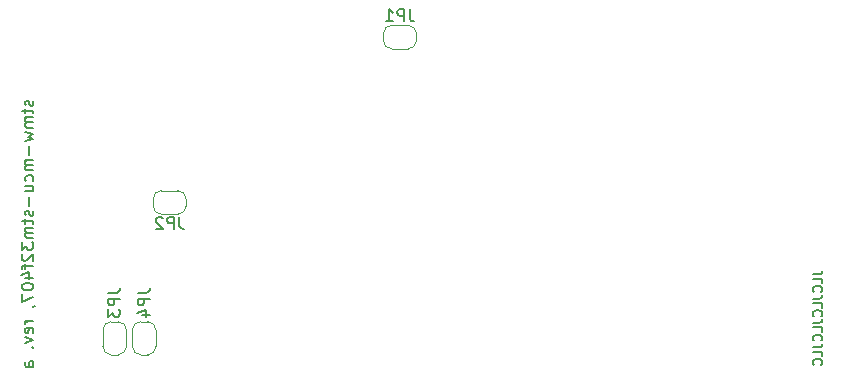
<source format=gbo>
%TF.GenerationSoftware,KiCad,Pcbnew,9.0.4+dfsg-1*%
%TF.CreationDate,2025-10-04T09:30:26+08:00*%
%TF.ProjectId,stmw-mcu-stm32f407,73746d77-2d6d-4637-952d-73746d333266,a*%
%TF.SameCoordinates,Original*%
%TF.FileFunction,Legend,Bot*%
%TF.FilePolarity,Positive*%
%FSLAX45Y45*%
G04 Gerber Fmt 4.5, Leading zero omitted, Abs format (unit mm)*
G04 Created by KiCad (PCBNEW 9.0.4+dfsg-1) date 2025-10-04 09:30:26*
%MOMM*%
%LPD*%
G01*
G04 APERTURE LIST*
%ADD10C,0.150000*%
%ADD11C,0.120000*%
G04 APERTURE END LIST*
D10*
X11706720Y-8887679D02*
X11711482Y-8897203D01*
X11711482Y-8897203D02*
X11711482Y-8916251D01*
X11711482Y-8916251D02*
X11706720Y-8925774D01*
X11706720Y-8925774D02*
X11697196Y-8930536D01*
X11697196Y-8930536D02*
X11692434Y-8930536D01*
X11692434Y-8930536D02*
X11682910Y-8925774D01*
X11682910Y-8925774D02*
X11678148Y-8916251D01*
X11678148Y-8916251D02*
X11678148Y-8901965D01*
X11678148Y-8901965D02*
X11673387Y-8892441D01*
X11673387Y-8892441D02*
X11663863Y-8887679D01*
X11663863Y-8887679D02*
X11659101Y-8887679D01*
X11659101Y-8887679D02*
X11649577Y-8892441D01*
X11649577Y-8892441D02*
X11644815Y-8901965D01*
X11644815Y-8901965D02*
X11644815Y-8916251D01*
X11644815Y-8916251D02*
X11649577Y-8925774D01*
X11644815Y-8959108D02*
X11644815Y-8997203D01*
X11611482Y-8973393D02*
X11697196Y-8973393D01*
X11697196Y-8973393D02*
X11706720Y-8978155D01*
X11706720Y-8978155D02*
X11711482Y-8987679D01*
X11711482Y-8987679D02*
X11711482Y-8997203D01*
X11711482Y-9030536D02*
X11644815Y-9030536D01*
X11654339Y-9030536D02*
X11649577Y-9035298D01*
X11649577Y-9035298D02*
X11644815Y-9044822D01*
X11644815Y-9044822D02*
X11644815Y-9059108D01*
X11644815Y-9059108D02*
X11649577Y-9068632D01*
X11649577Y-9068632D02*
X11659101Y-9073393D01*
X11659101Y-9073393D02*
X11711482Y-9073393D01*
X11659101Y-9073393D02*
X11649577Y-9078155D01*
X11649577Y-9078155D02*
X11644815Y-9087679D01*
X11644815Y-9087679D02*
X11644815Y-9101965D01*
X11644815Y-9101965D02*
X11649577Y-9111489D01*
X11649577Y-9111489D02*
X11659101Y-9116251D01*
X11659101Y-9116251D02*
X11711482Y-9116251D01*
X11644815Y-9154346D02*
X11711482Y-9173393D01*
X11711482Y-9173393D02*
X11663863Y-9192441D01*
X11663863Y-9192441D02*
X11711482Y-9211489D01*
X11711482Y-9211489D02*
X11644815Y-9230536D01*
X11673387Y-9268632D02*
X11673387Y-9344822D01*
X11711482Y-9392441D02*
X11644815Y-9392441D01*
X11654339Y-9392441D02*
X11649577Y-9397203D01*
X11649577Y-9397203D02*
X11644815Y-9406727D01*
X11644815Y-9406727D02*
X11644815Y-9421012D01*
X11644815Y-9421012D02*
X11649577Y-9430536D01*
X11649577Y-9430536D02*
X11659101Y-9435298D01*
X11659101Y-9435298D02*
X11711482Y-9435298D01*
X11659101Y-9435298D02*
X11649577Y-9440060D01*
X11649577Y-9440060D02*
X11644815Y-9449584D01*
X11644815Y-9449584D02*
X11644815Y-9463870D01*
X11644815Y-9463870D02*
X11649577Y-9473393D01*
X11649577Y-9473393D02*
X11659101Y-9478155D01*
X11659101Y-9478155D02*
X11711482Y-9478155D01*
X11706720Y-9568631D02*
X11711482Y-9559108D01*
X11711482Y-9559108D02*
X11711482Y-9540060D01*
X11711482Y-9540060D02*
X11706720Y-9530536D01*
X11706720Y-9530536D02*
X11701958Y-9525774D01*
X11701958Y-9525774D02*
X11692434Y-9521012D01*
X11692434Y-9521012D02*
X11663863Y-9521012D01*
X11663863Y-9521012D02*
X11654339Y-9525774D01*
X11654339Y-9525774D02*
X11649577Y-9530536D01*
X11649577Y-9530536D02*
X11644815Y-9540060D01*
X11644815Y-9540060D02*
X11644815Y-9559108D01*
X11644815Y-9559108D02*
X11649577Y-9568631D01*
X11644815Y-9654346D02*
X11711482Y-9654346D01*
X11644815Y-9611489D02*
X11697196Y-9611489D01*
X11697196Y-9611489D02*
X11706720Y-9616251D01*
X11706720Y-9616251D02*
X11711482Y-9625774D01*
X11711482Y-9625774D02*
X11711482Y-9640060D01*
X11711482Y-9640060D02*
X11706720Y-9649584D01*
X11706720Y-9649584D02*
X11701958Y-9654346D01*
X11673387Y-9701965D02*
X11673387Y-9778155D01*
X11706720Y-9821012D02*
X11711482Y-9830536D01*
X11711482Y-9830536D02*
X11711482Y-9849584D01*
X11711482Y-9849584D02*
X11706720Y-9859108D01*
X11706720Y-9859108D02*
X11697196Y-9863870D01*
X11697196Y-9863870D02*
X11692434Y-9863870D01*
X11692434Y-9863870D02*
X11682910Y-9859108D01*
X11682910Y-9859108D02*
X11678148Y-9849584D01*
X11678148Y-9849584D02*
X11678148Y-9835298D01*
X11678148Y-9835298D02*
X11673387Y-9825774D01*
X11673387Y-9825774D02*
X11663863Y-9821012D01*
X11663863Y-9821012D02*
X11659101Y-9821012D01*
X11659101Y-9821012D02*
X11649577Y-9825774D01*
X11649577Y-9825774D02*
X11644815Y-9835298D01*
X11644815Y-9835298D02*
X11644815Y-9849584D01*
X11644815Y-9849584D02*
X11649577Y-9859108D01*
X11644815Y-9892441D02*
X11644815Y-9930536D01*
X11611482Y-9906727D02*
X11697196Y-9906727D01*
X11697196Y-9906727D02*
X11706720Y-9911489D01*
X11706720Y-9911489D02*
X11711482Y-9921012D01*
X11711482Y-9921012D02*
X11711482Y-9930536D01*
X11711482Y-9963870D02*
X11644815Y-9963870D01*
X11654339Y-9963870D02*
X11649577Y-9968632D01*
X11649577Y-9968632D02*
X11644815Y-9978155D01*
X11644815Y-9978155D02*
X11644815Y-9992441D01*
X11644815Y-9992441D02*
X11649577Y-10001965D01*
X11649577Y-10001965D02*
X11659101Y-10006727D01*
X11659101Y-10006727D02*
X11711482Y-10006727D01*
X11659101Y-10006727D02*
X11649577Y-10011489D01*
X11649577Y-10011489D02*
X11644815Y-10021012D01*
X11644815Y-10021012D02*
X11644815Y-10035298D01*
X11644815Y-10035298D02*
X11649577Y-10044822D01*
X11649577Y-10044822D02*
X11659101Y-10049584D01*
X11659101Y-10049584D02*
X11711482Y-10049584D01*
X11611482Y-10087679D02*
X11611482Y-10149584D01*
X11611482Y-10149584D02*
X11649577Y-10116251D01*
X11649577Y-10116251D02*
X11649577Y-10130536D01*
X11649577Y-10130536D02*
X11654339Y-10140060D01*
X11654339Y-10140060D02*
X11659101Y-10144822D01*
X11659101Y-10144822D02*
X11668625Y-10149584D01*
X11668625Y-10149584D02*
X11692434Y-10149584D01*
X11692434Y-10149584D02*
X11701958Y-10144822D01*
X11701958Y-10144822D02*
X11706720Y-10140060D01*
X11706720Y-10140060D02*
X11711482Y-10130536D01*
X11711482Y-10130536D02*
X11711482Y-10101965D01*
X11711482Y-10101965D02*
X11706720Y-10092441D01*
X11706720Y-10092441D02*
X11701958Y-10087679D01*
X11621006Y-10187679D02*
X11616244Y-10192441D01*
X11616244Y-10192441D02*
X11611482Y-10201965D01*
X11611482Y-10201965D02*
X11611482Y-10225774D01*
X11611482Y-10225774D02*
X11616244Y-10235298D01*
X11616244Y-10235298D02*
X11621006Y-10240060D01*
X11621006Y-10240060D02*
X11630529Y-10244822D01*
X11630529Y-10244822D02*
X11640053Y-10244822D01*
X11640053Y-10244822D02*
X11654339Y-10240060D01*
X11654339Y-10240060D02*
X11711482Y-10182917D01*
X11711482Y-10182917D02*
X11711482Y-10244822D01*
X11644815Y-10273393D02*
X11644815Y-10311489D01*
X11711482Y-10287679D02*
X11625768Y-10287679D01*
X11625768Y-10287679D02*
X11616244Y-10292441D01*
X11616244Y-10292441D02*
X11611482Y-10301965D01*
X11611482Y-10301965D02*
X11611482Y-10311489D01*
X11644815Y-10387679D02*
X11711482Y-10387679D01*
X11606720Y-10363870D02*
X11678148Y-10340060D01*
X11678148Y-10340060D02*
X11678148Y-10401965D01*
X11611482Y-10459108D02*
X11611482Y-10468632D01*
X11611482Y-10468632D02*
X11616244Y-10478155D01*
X11616244Y-10478155D02*
X11621006Y-10482917D01*
X11621006Y-10482917D02*
X11630529Y-10487679D01*
X11630529Y-10487679D02*
X11649577Y-10492441D01*
X11649577Y-10492441D02*
X11673387Y-10492441D01*
X11673387Y-10492441D02*
X11692434Y-10487679D01*
X11692434Y-10487679D02*
X11701958Y-10482917D01*
X11701958Y-10482917D02*
X11706720Y-10478155D01*
X11706720Y-10478155D02*
X11711482Y-10468632D01*
X11711482Y-10468632D02*
X11711482Y-10459108D01*
X11711482Y-10459108D02*
X11706720Y-10449584D01*
X11706720Y-10449584D02*
X11701958Y-10444822D01*
X11701958Y-10444822D02*
X11692434Y-10440060D01*
X11692434Y-10440060D02*
X11673387Y-10435298D01*
X11673387Y-10435298D02*
X11649577Y-10435298D01*
X11649577Y-10435298D02*
X11630529Y-10440060D01*
X11630529Y-10440060D02*
X11621006Y-10444822D01*
X11621006Y-10444822D02*
X11616244Y-10449584D01*
X11616244Y-10449584D02*
X11611482Y-10459108D01*
X11611482Y-10525774D02*
X11611482Y-10592441D01*
X11611482Y-10592441D02*
X11711482Y-10549584D01*
X11706720Y-10635298D02*
X11711482Y-10635298D01*
X11711482Y-10635298D02*
X11721006Y-10630536D01*
X11721006Y-10630536D02*
X11725768Y-10625774D01*
X11711482Y-10754346D02*
X11644815Y-10754346D01*
X11663863Y-10754346D02*
X11654339Y-10759108D01*
X11654339Y-10759108D02*
X11649577Y-10763870D01*
X11649577Y-10763870D02*
X11644815Y-10773393D01*
X11644815Y-10773393D02*
X11644815Y-10782917D01*
X11706720Y-10854346D02*
X11711482Y-10844822D01*
X11711482Y-10844822D02*
X11711482Y-10825774D01*
X11711482Y-10825774D02*
X11706720Y-10816251D01*
X11706720Y-10816251D02*
X11697196Y-10811489D01*
X11697196Y-10811489D02*
X11659101Y-10811489D01*
X11659101Y-10811489D02*
X11649577Y-10816251D01*
X11649577Y-10816251D02*
X11644815Y-10825774D01*
X11644815Y-10825774D02*
X11644815Y-10844822D01*
X11644815Y-10844822D02*
X11649577Y-10854346D01*
X11649577Y-10854346D02*
X11659101Y-10859108D01*
X11659101Y-10859108D02*
X11668625Y-10859108D01*
X11668625Y-10859108D02*
X11678148Y-10811489D01*
X11644815Y-10892441D02*
X11711482Y-10916251D01*
X11711482Y-10916251D02*
X11644815Y-10940060D01*
X11701958Y-10978155D02*
X11706720Y-10982917D01*
X11706720Y-10982917D02*
X11711482Y-10978155D01*
X11711482Y-10978155D02*
X11706720Y-10973394D01*
X11706720Y-10973394D02*
X11701958Y-10978155D01*
X11701958Y-10978155D02*
X11711482Y-10978155D01*
X11711482Y-11144822D02*
X11659101Y-11144822D01*
X11659101Y-11144822D02*
X11649577Y-11140060D01*
X11649577Y-11140060D02*
X11644815Y-11130536D01*
X11644815Y-11130536D02*
X11644815Y-11111489D01*
X11644815Y-11111489D02*
X11649577Y-11101965D01*
X11706720Y-11144822D02*
X11711482Y-11135298D01*
X11711482Y-11135298D02*
X11711482Y-11111489D01*
X11711482Y-11111489D02*
X11706720Y-11101965D01*
X11706720Y-11101965D02*
X11697196Y-11097203D01*
X11697196Y-11097203D02*
X11687672Y-11097203D01*
X11687672Y-11097203D02*
X11678148Y-11101965D01*
X11678148Y-11101965D02*
X11673387Y-11111489D01*
X11673387Y-11111489D02*
X11673387Y-11135298D01*
X11673387Y-11135298D02*
X11668625Y-11144822D01*
X18309430Y-10359179D02*
X18366572Y-10359179D01*
X18366572Y-10359179D02*
X18378001Y-10355370D01*
X18378001Y-10355370D02*
X18385620Y-10347751D01*
X18385620Y-10347751D02*
X18389430Y-10336322D01*
X18389430Y-10336322D02*
X18389430Y-10328703D01*
X18389430Y-10435370D02*
X18389430Y-10397274D01*
X18389430Y-10397274D02*
X18309430Y-10397274D01*
X18381810Y-10507751D02*
X18385620Y-10503941D01*
X18385620Y-10503941D02*
X18389430Y-10492513D01*
X18389430Y-10492513D02*
X18389430Y-10484893D01*
X18389430Y-10484893D02*
X18385620Y-10473465D01*
X18385620Y-10473465D02*
X18378001Y-10465846D01*
X18378001Y-10465846D02*
X18370382Y-10462036D01*
X18370382Y-10462036D02*
X18355144Y-10458227D01*
X18355144Y-10458227D02*
X18343715Y-10458227D01*
X18343715Y-10458227D02*
X18328477Y-10462036D01*
X18328477Y-10462036D02*
X18320858Y-10465846D01*
X18320858Y-10465846D02*
X18313239Y-10473465D01*
X18313239Y-10473465D02*
X18309430Y-10484893D01*
X18309430Y-10484893D02*
X18309430Y-10492513D01*
X18309430Y-10492513D02*
X18313239Y-10503941D01*
X18313239Y-10503941D02*
X18317049Y-10507751D01*
X18309430Y-10564893D02*
X18366572Y-10564893D01*
X18366572Y-10564893D02*
X18378001Y-10561084D01*
X18378001Y-10561084D02*
X18385620Y-10553465D01*
X18385620Y-10553465D02*
X18389430Y-10542036D01*
X18389430Y-10542036D02*
X18389430Y-10534417D01*
X18389430Y-10641084D02*
X18389430Y-10602989D01*
X18389430Y-10602989D02*
X18309430Y-10602989D01*
X18381810Y-10713465D02*
X18385620Y-10709655D01*
X18385620Y-10709655D02*
X18389430Y-10698227D01*
X18389430Y-10698227D02*
X18389430Y-10690608D01*
X18389430Y-10690608D02*
X18385620Y-10679179D01*
X18385620Y-10679179D02*
X18378001Y-10671560D01*
X18378001Y-10671560D02*
X18370382Y-10667751D01*
X18370382Y-10667751D02*
X18355144Y-10663941D01*
X18355144Y-10663941D02*
X18343715Y-10663941D01*
X18343715Y-10663941D02*
X18328477Y-10667751D01*
X18328477Y-10667751D02*
X18320858Y-10671560D01*
X18320858Y-10671560D02*
X18313239Y-10679179D01*
X18313239Y-10679179D02*
X18309430Y-10690608D01*
X18309430Y-10690608D02*
X18309430Y-10698227D01*
X18309430Y-10698227D02*
X18313239Y-10709655D01*
X18313239Y-10709655D02*
X18317049Y-10713465D01*
X18309430Y-10770608D02*
X18366572Y-10770608D01*
X18366572Y-10770608D02*
X18378001Y-10766798D01*
X18378001Y-10766798D02*
X18385620Y-10759179D01*
X18385620Y-10759179D02*
X18389430Y-10747751D01*
X18389430Y-10747751D02*
X18389430Y-10740132D01*
X18389430Y-10846798D02*
X18389430Y-10808703D01*
X18389430Y-10808703D02*
X18309430Y-10808703D01*
X18381810Y-10919179D02*
X18385620Y-10915370D01*
X18385620Y-10915370D02*
X18389430Y-10903941D01*
X18389430Y-10903941D02*
X18389430Y-10896322D01*
X18389430Y-10896322D02*
X18385620Y-10884893D01*
X18385620Y-10884893D02*
X18378001Y-10877274D01*
X18378001Y-10877274D02*
X18370382Y-10873465D01*
X18370382Y-10873465D02*
X18355144Y-10869655D01*
X18355144Y-10869655D02*
X18343715Y-10869655D01*
X18343715Y-10869655D02*
X18328477Y-10873465D01*
X18328477Y-10873465D02*
X18320858Y-10877274D01*
X18320858Y-10877274D02*
X18313239Y-10884893D01*
X18313239Y-10884893D02*
X18309430Y-10896322D01*
X18309430Y-10896322D02*
X18309430Y-10903941D01*
X18309430Y-10903941D02*
X18313239Y-10915370D01*
X18313239Y-10915370D02*
X18317049Y-10919179D01*
X18309430Y-10976322D02*
X18366572Y-10976322D01*
X18366572Y-10976322D02*
X18378001Y-10972513D01*
X18378001Y-10972513D02*
X18385620Y-10964893D01*
X18385620Y-10964893D02*
X18389430Y-10953465D01*
X18389430Y-10953465D02*
X18389430Y-10945846D01*
X18389430Y-11052513D02*
X18389430Y-11014417D01*
X18389430Y-11014417D02*
X18309430Y-11014417D01*
X18381810Y-11124894D02*
X18385620Y-11121084D01*
X18385620Y-11121084D02*
X18389430Y-11109655D01*
X18389430Y-11109655D02*
X18389430Y-11102036D01*
X18389430Y-11102036D02*
X18385620Y-11090608D01*
X18385620Y-11090608D02*
X18378001Y-11082989D01*
X18378001Y-11082989D02*
X18370382Y-11079179D01*
X18370382Y-11079179D02*
X18355144Y-11075370D01*
X18355144Y-11075370D02*
X18343715Y-11075370D01*
X18343715Y-11075370D02*
X18328477Y-11079179D01*
X18328477Y-11079179D02*
X18320858Y-11082989D01*
X18320858Y-11082989D02*
X18313239Y-11090608D01*
X18313239Y-11090608D02*
X18309430Y-11102036D01*
X18309430Y-11102036D02*
X18309430Y-11109655D01*
X18309430Y-11109655D02*
X18313239Y-11121084D01*
X18313239Y-11121084D02*
X18317049Y-11124894D01*
X12345482Y-10516667D02*
X12416910Y-10516667D01*
X12416910Y-10516667D02*
X12431196Y-10511905D01*
X12431196Y-10511905D02*
X12440720Y-10502381D01*
X12440720Y-10502381D02*
X12445482Y-10488095D01*
X12445482Y-10488095D02*
X12445482Y-10478571D01*
X12445482Y-10564286D02*
X12345482Y-10564286D01*
X12345482Y-10564286D02*
X12345482Y-10602381D01*
X12345482Y-10602381D02*
X12350244Y-10611905D01*
X12350244Y-10611905D02*
X12355006Y-10616667D01*
X12355006Y-10616667D02*
X12364529Y-10621429D01*
X12364529Y-10621429D02*
X12378815Y-10621429D01*
X12378815Y-10621429D02*
X12388339Y-10616667D01*
X12388339Y-10616667D02*
X12393101Y-10611905D01*
X12393101Y-10611905D02*
X12397863Y-10602381D01*
X12397863Y-10602381D02*
X12397863Y-10564286D01*
X12345482Y-10654762D02*
X12345482Y-10716667D01*
X12345482Y-10716667D02*
X12383577Y-10683333D01*
X12383577Y-10683333D02*
X12383577Y-10697619D01*
X12383577Y-10697619D02*
X12388339Y-10707143D01*
X12388339Y-10707143D02*
X12393101Y-10711905D01*
X12393101Y-10711905D02*
X12402625Y-10716667D01*
X12402625Y-10716667D02*
X12426434Y-10716667D01*
X12426434Y-10716667D02*
X12435958Y-10711905D01*
X12435958Y-10711905D02*
X12440720Y-10707143D01*
X12440720Y-10707143D02*
X12445482Y-10697619D01*
X12445482Y-10697619D02*
X12445482Y-10669048D01*
X12445482Y-10669048D02*
X12440720Y-10659524D01*
X12440720Y-10659524D02*
X12435958Y-10654762D01*
X12948333Y-9875482D02*
X12948333Y-9946910D01*
X12948333Y-9946910D02*
X12953095Y-9961196D01*
X12953095Y-9961196D02*
X12962619Y-9970720D01*
X12962619Y-9970720D02*
X12976905Y-9975482D01*
X12976905Y-9975482D02*
X12986428Y-9975482D01*
X12900714Y-9975482D02*
X12900714Y-9875482D01*
X12900714Y-9875482D02*
X12862619Y-9875482D01*
X12862619Y-9875482D02*
X12853095Y-9880244D01*
X12853095Y-9880244D02*
X12848333Y-9885006D01*
X12848333Y-9885006D02*
X12843571Y-9894530D01*
X12843571Y-9894530D02*
X12843571Y-9908815D01*
X12843571Y-9908815D02*
X12848333Y-9918339D01*
X12848333Y-9918339D02*
X12853095Y-9923101D01*
X12853095Y-9923101D02*
X12862619Y-9927863D01*
X12862619Y-9927863D02*
X12900714Y-9927863D01*
X12805476Y-9885006D02*
X12800714Y-9880244D01*
X12800714Y-9880244D02*
X12791190Y-9875482D01*
X12791190Y-9875482D02*
X12767381Y-9875482D01*
X12767381Y-9875482D02*
X12757857Y-9880244D01*
X12757857Y-9880244D02*
X12753095Y-9885006D01*
X12753095Y-9885006D02*
X12748333Y-9894530D01*
X12748333Y-9894530D02*
X12748333Y-9904053D01*
X12748333Y-9904053D02*
X12753095Y-9918339D01*
X12753095Y-9918339D02*
X12810238Y-9975482D01*
X12810238Y-9975482D02*
X12748333Y-9975482D01*
X12595482Y-10516667D02*
X12666910Y-10516667D01*
X12666910Y-10516667D02*
X12681196Y-10511905D01*
X12681196Y-10511905D02*
X12690720Y-10502381D01*
X12690720Y-10502381D02*
X12695482Y-10488095D01*
X12695482Y-10488095D02*
X12695482Y-10478571D01*
X12695482Y-10564286D02*
X12595482Y-10564286D01*
X12595482Y-10564286D02*
X12595482Y-10602381D01*
X12595482Y-10602381D02*
X12600244Y-10611905D01*
X12600244Y-10611905D02*
X12605006Y-10616667D01*
X12605006Y-10616667D02*
X12614529Y-10621429D01*
X12614529Y-10621429D02*
X12628815Y-10621429D01*
X12628815Y-10621429D02*
X12638339Y-10616667D01*
X12638339Y-10616667D02*
X12643101Y-10611905D01*
X12643101Y-10611905D02*
X12647863Y-10602381D01*
X12647863Y-10602381D02*
X12647863Y-10564286D01*
X12628815Y-10707143D02*
X12695482Y-10707143D01*
X12590720Y-10683333D02*
X12662148Y-10659524D01*
X12662148Y-10659524D02*
X12662148Y-10721429D01*
X14898333Y-8115482D02*
X14898333Y-8186910D01*
X14898333Y-8186910D02*
X14903095Y-8201196D01*
X14903095Y-8201196D02*
X14912619Y-8210720D01*
X14912619Y-8210720D02*
X14926905Y-8215482D01*
X14926905Y-8215482D02*
X14936428Y-8215482D01*
X14850714Y-8215482D02*
X14850714Y-8115482D01*
X14850714Y-8115482D02*
X14812619Y-8115482D01*
X14812619Y-8115482D02*
X14803095Y-8120244D01*
X14803095Y-8120244D02*
X14798333Y-8125006D01*
X14798333Y-8125006D02*
X14793571Y-8134529D01*
X14793571Y-8134529D02*
X14793571Y-8148815D01*
X14793571Y-8148815D02*
X14798333Y-8158339D01*
X14798333Y-8158339D02*
X14803095Y-8163101D01*
X14803095Y-8163101D02*
X14812619Y-8167863D01*
X14812619Y-8167863D02*
X14850714Y-8167863D01*
X14698333Y-8215482D02*
X14755476Y-8215482D01*
X14726905Y-8215482D02*
X14726905Y-8115482D01*
X14726905Y-8115482D02*
X14736428Y-8129768D01*
X14736428Y-8129768D02*
X14745952Y-8139291D01*
X14745952Y-8139291D02*
X14755476Y-8144053D01*
D11*
%TO.C,JP3*%
X12300000Y-10830000D02*
X12300000Y-10970000D01*
X12370000Y-11040000D02*
X12430000Y-11040000D01*
X12430000Y-10760000D02*
X12370000Y-10760000D01*
X12500000Y-10970000D02*
X12500000Y-10830000D01*
X12300000Y-10830000D02*
G75*
G02*
X12370000Y-10760000I70000J0D01*
G01*
X12370000Y-11040000D02*
G75*
G02*
X12300000Y-10970000I0J70000D01*
G01*
X12430000Y-10760000D02*
G75*
G02*
X12500000Y-10830000I0J-70000D01*
G01*
X12500000Y-10970000D02*
G75*
G02*
X12430000Y-11040000I-70000J0D01*
G01*
%TO.C,JP2*%
X12725000Y-9720000D02*
X12725000Y-9780000D01*
X12795000Y-9850000D02*
X12935000Y-9850000D01*
X12935000Y-9650000D02*
X12795000Y-9650000D01*
X13005000Y-9780000D02*
X13005000Y-9720000D01*
X12725000Y-9720000D02*
G75*
G02*
X12795000Y-9650000I70000J0D01*
G01*
X12795000Y-9850000D02*
G75*
G02*
X12725000Y-9780000I0J70000D01*
G01*
X12935000Y-9650000D02*
G75*
G02*
X13005000Y-9720000I0J-70000D01*
G01*
X13005000Y-9780000D02*
G75*
G02*
X12935000Y-9850000I-70000J0D01*
G01*
%TO.C,JP4*%
X12550000Y-10830000D02*
X12550000Y-10970000D01*
X12620000Y-11040000D02*
X12680000Y-11040000D01*
X12680000Y-10760000D02*
X12620000Y-10760000D01*
X12750000Y-10970000D02*
X12750000Y-10830000D01*
X12550000Y-10830000D02*
G75*
G02*
X12620000Y-10760000I70000J0D01*
G01*
X12620000Y-11040000D02*
G75*
G02*
X12550000Y-10970000I0J70000D01*
G01*
X12680000Y-10760000D02*
G75*
G02*
X12750000Y-10830000I0J-70000D01*
G01*
X12750000Y-10970000D02*
G75*
G02*
X12680000Y-11040000I-70000J0D01*
G01*
%TO.C,JP1*%
X14675000Y-8320000D02*
X14675000Y-8380000D01*
X14745000Y-8450000D02*
X14885000Y-8450000D01*
X14885000Y-8250000D02*
X14745000Y-8250000D01*
X14955000Y-8380000D02*
X14955000Y-8320000D01*
X14675000Y-8320000D02*
G75*
G02*
X14745000Y-8250000I70000J0D01*
G01*
X14745000Y-8450000D02*
G75*
G02*
X14675000Y-8380000I0J70000D01*
G01*
X14885000Y-8250000D02*
G75*
G02*
X14955000Y-8320000I0J-70000D01*
G01*
X14955000Y-8380000D02*
G75*
G02*
X14885000Y-8450000I-70000J0D01*
G01*
%TD*%
M02*

</source>
